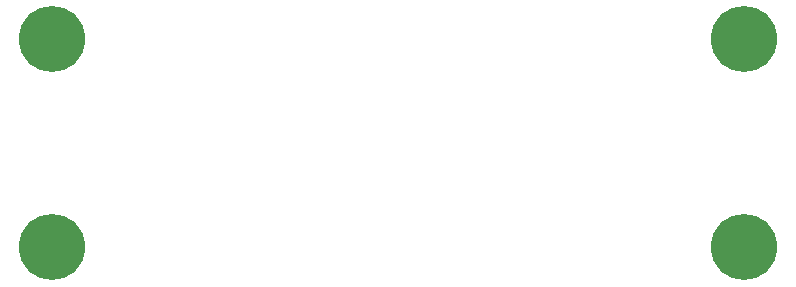
<source format=gbs>
G04 #@! TF.GenerationSoftware,KiCad,Pcbnew,6.0.10-86aedd382b~118~ubuntu22.04.1*
G04 #@! TF.CreationDate,2023-01-22T17:09:23-08:00*
G04 #@! TF.ProjectId,ch348_octo_serial_minim_plate,63683334-385f-46f6-9374-6f5f73657269,rev?*
G04 #@! TF.SameCoordinates,Original*
G04 #@! TF.FileFunction,Soldermask,Bot*
G04 #@! TF.FilePolarity,Negative*
%FSLAX46Y46*%
G04 Gerber Fmt 4.6, Leading zero omitted, Abs format (unit mm)*
G04 Created by KiCad (PCBNEW 6.0.10-86aedd382b~118~ubuntu22.04.1) date 2023-01-22 17:09:23*
%MOMM*%
%LPD*%
G01*
G04 APERTURE LIST*
%ADD10C,5.600000*%
G04 APERTURE END LIST*
D10*
G04 #@! TO.C,J2*
X142320000Y-71530000D03*
G04 #@! TD*
G04 #@! TO.C,J3*
X83740000Y-71530000D03*
G04 #@! TD*
G04 #@! TO.C,J4*
X142320000Y-89110000D03*
G04 #@! TD*
G04 #@! TO.C,J5*
X83740000Y-89110000D03*
G04 #@! TD*
M02*

</source>
